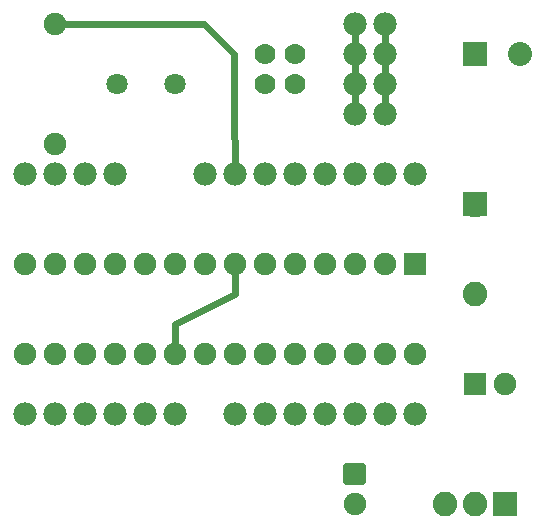
<source format=gtl>
G04 MADE WITH FRITZING*
G04 WWW.FRITZING.ORG*
G04 DOUBLE SIDED*
G04 HOLES PLATED*
G04 CONTOUR ON CENTER OF CONTOUR VECTOR*
%ASAXBY*%
%FSLAX23Y23*%
%MOIN*%
%OFA0B0*%
%SFA1.0B1.0*%
%ADD10C,0.075000*%
%ADD11C,0.070925*%
%ADD12C,0.070866*%
%ADD13C,0.070000*%
%ADD14C,0.082000*%
%ADD15C,0.080000*%
%ADD16C,0.078000*%
%ADD17R,0.075000X0.075000*%
%ADD18R,0.082000X0.082000*%
%ADD19C,0.024000*%
%ADD20C,0.020000*%
%ADD21R,0.001000X0.001000*%
%LNCOPPER1*%
G90*
G70*
G54D10*
X1431Y996D03*
X1431Y696D03*
X1331Y996D03*
X1331Y696D03*
X1231Y996D03*
X1231Y696D03*
X1131Y996D03*
X1131Y696D03*
X1031Y996D03*
X1031Y696D03*
X931Y996D03*
X931Y696D03*
X831Y996D03*
X831Y696D03*
X731Y996D03*
X731Y696D03*
X631Y996D03*
X631Y696D03*
X531Y996D03*
X531Y696D03*
X431Y996D03*
X431Y696D03*
X331Y996D03*
X331Y696D03*
X231Y996D03*
X231Y696D03*
X131Y996D03*
X131Y696D03*
G54D11*
X631Y1596D03*
G54D12*
X438Y1596D03*
G54D13*
X931Y1696D03*
X1031Y1696D03*
X931Y1596D03*
X1031Y1596D03*
G54D14*
X1731Y196D03*
X1631Y196D03*
X1531Y196D03*
G54D15*
X1631Y1696D03*
X1783Y1696D03*
X1631Y1696D03*
X1783Y1696D03*
G54D16*
X1431Y1296D03*
X1331Y1296D03*
X1231Y1296D03*
X1131Y1296D03*
X1031Y1296D03*
X931Y1296D03*
X831Y1296D03*
X731Y1296D03*
G54D10*
X231Y1396D03*
X231Y1796D03*
G54D16*
X1331Y1596D03*
X1231Y1596D03*
X1331Y1596D03*
X1231Y1596D03*
X1231Y1496D03*
X1331Y1496D03*
G54D10*
X1631Y596D03*
X1731Y596D03*
G54D14*
X1631Y1194D03*
X1631Y896D03*
G54D10*
X1231Y296D03*
X1231Y196D03*
G54D16*
X431Y1296D03*
X331Y1296D03*
X231Y1296D03*
X131Y1296D03*
X1331Y1796D03*
X1231Y1796D03*
X1331Y1796D03*
X1231Y1796D03*
X1231Y1696D03*
X1331Y1696D03*
X1431Y496D03*
X1331Y496D03*
X1231Y496D03*
X1131Y496D03*
X1031Y496D03*
X931Y496D03*
X831Y496D03*
X631Y496D03*
X531Y496D03*
X431Y496D03*
X331Y496D03*
X231Y496D03*
X131Y496D03*
G54D17*
X1431Y996D03*
G54D18*
X1731Y196D03*
G54D17*
X1631Y596D03*
G54D18*
X1631Y1195D03*
G54D19*
X831Y897D02*
X831Y968D01*
D02*
X631Y796D02*
X831Y897D01*
D02*
X631Y725D02*
X631Y796D01*
D02*
X1331Y1526D02*
X1331Y1566D01*
D02*
X1231Y1526D02*
X1231Y1566D01*
D02*
X1231Y1666D02*
X1231Y1626D01*
D02*
X1231Y1726D02*
X1231Y1766D01*
D02*
X1331Y1626D02*
X1331Y1666D01*
D02*
X1331Y1726D02*
X1331Y1766D01*
D02*
X830Y1496D02*
X831Y1326D01*
D02*
X730Y1795D02*
X830Y1696D01*
D02*
X259Y1796D02*
X730Y1795D01*
D02*
X830Y1696D02*
X830Y1496D01*
G54D20*
X1258Y269D02*
X1203Y269D01*
X1203Y324D01*
X1258Y324D01*
X1258Y269D01*
D02*
G54D21*
X1591Y1737D02*
X1670Y1737D01*
X1591Y1736D02*
X1670Y1736D01*
X1591Y1735D02*
X1670Y1735D01*
X1591Y1734D02*
X1670Y1734D01*
X1591Y1733D02*
X1670Y1733D01*
X1591Y1732D02*
X1670Y1732D01*
X1591Y1731D02*
X1670Y1731D01*
X1591Y1730D02*
X1670Y1730D01*
X1591Y1729D02*
X1670Y1729D01*
X1591Y1728D02*
X1670Y1728D01*
X1591Y1727D02*
X1670Y1727D01*
X1591Y1726D02*
X1670Y1726D01*
X1591Y1725D02*
X1670Y1725D01*
X1591Y1724D02*
X1670Y1724D01*
X1591Y1723D02*
X1670Y1723D01*
X1591Y1722D02*
X1670Y1722D01*
X1591Y1721D02*
X1670Y1721D01*
X1591Y1720D02*
X1623Y1720D01*
X1637Y1720D02*
X1670Y1720D01*
X1591Y1719D02*
X1620Y1719D01*
X1640Y1719D02*
X1670Y1719D01*
X1591Y1718D02*
X1618Y1718D01*
X1642Y1718D02*
X1670Y1718D01*
X1591Y1717D02*
X1617Y1717D01*
X1644Y1717D02*
X1670Y1717D01*
X1591Y1716D02*
X1615Y1716D01*
X1645Y1716D02*
X1670Y1716D01*
X1591Y1715D02*
X1614Y1715D01*
X1646Y1715D02*
X1670Y1715D01*
X1591Y1714D02*
X1613Y1714D01*
X1647Y1714D02*
X1670Y1714D01*
X1591Y1713D02*
X1612Y1713D01*
X1648Y1713D02*
X1670Y1713D01*
X1591Y1712D02*
X1611Y1712D01*
X1649Y1712D02*
X1670Y1712D01*
X1591Y1711D02*
X1610Y1711D01*
X1650Y1711D02*
X1670Y1711D01*
X1591Y1710D02*
X1610Y1710D01*
X1651Y1710D02*
X1670Y1710D01*
X1591Y1709D02*
X1609Y1709D01*
X1651Y1709D02*
X1670Y1709D01*
X1591Y1708D02*
X1609Y1708D01*
X1652Y1708D02*
X1670Y1708D01*
X1591Y1707D02*
X1608Y1707D01*
X1652Y1707D02*
X1670Y1707D01*
X1591Y1706D02*
X1608Y1706D01*
X1653Y1706D02*
X1670Y1706D01*
X1591Y1705D02*
X1607Y1705D01*
X1653Y1705D02*
X1670Y1705D01*
X1591Y1704D02*
X1607Y1704D01*
X1653Y1704D02*
X1670Y1704D01*
X1591Y1703D02*
X1607Y1703D01*
X1654Y1703D02*
X1670Y1703D01*
X1591Y1702D02*
X1606Y1702D01*
X1654Y1702D02*
X1670Y1702D01*
X1591Y1701D02*
X1606Y1701D01*
X1654Y1701D02*
X1670Y1701D01*
X1591Y1700D02*
X1606Y1700D01*
X1654Y1700D02*
X1670Y1700D01*
X1591Y1699D02*
X1606Y1699D01*
X1654Y1699D02*
X1670Y1699D01*
X1591Y1698D02*
X1606Y1698D01*
X1654Y1698D02*
X1670Y1698D01*
X1591Y1697D02*
X1606Y1697D01*
X1654Y1697D02*
X1670Y1697D01*
X1591Y1696D02*
X1606Y1696D01*
X1654Y1696D02*
X1670Y1696D01*
X1591Y1695D02*
X1606Y1695D01*
X1654Y1695D02*
X1670Y1695D01*
X1591Y1694D02*
X1606Y1694D01*
X1654Y1694D02*
X1670Y1694D01*
X1591Y1693D02*
X1606Y1693D01*
X1654Y1693D02*
X1670Y1693D01*
X1591Y1692D02*
X1607Y1692D01*
X1654Y1692D02*
X1670Y1692D01*
X1591Y1691D02*
X1607Y1691D01*
X1653Y1691D02*
X1670Y1691D01*
X1591Y1690D02*
X1607Y1690D01*
X1653Y1690D02*
X1670Y1690D01*
X1591Y1689D02*
X1608Y1689D01*
X1653Y1689D02*
X1670Y1689D01*
X1591Y1688D02*
X1608Y1688D01*
X1652Y1688D02*
X1670Y1688D01*
X1591Y1687D02*
X1609Y1687D01*
X1652Y1687D02*
X1670Y1687D01*
X1591Y1686D02*
X1609Y1686D01*
X1651Y1686D02*
X1670Y1686D01*
X1591Y1685D02*
X1610Y1685D01*
X1651Y1685D02*
X1670Y1685D01*
X1591Y1684D02*
X1610Y1684D01*
X1650Y1684D02*
X1670Y1684D01*
X1591Y1683D02*
X1611Y1683D01*
X1649Y1683D02*
X1670Y1683D01*
X1591Y1682D02*
X1612Y1682D01*
X1648Y1682D02*
X1670Y1682D01*
X1591Y1681D02*
X1613Y1681D01*
X1648Y1681D02*
X1670Y1681D01*
X1591Y1680D02*
X1614Y1680D01*
X1647Y1680D02*
X1670Y1680D01*
X1591Y1679D02*
X1615Y1679D01*
X1645Y1679D02*
X1670Y1679D01*
X1591Y1678D02*
X1616Y1678D01*
X1644Y1678D02*
X1670Y1678D01*
X1591Y1677D02*
X1618Y1677D01*
X1642Y1677D02*
X1670Y1677D01*
X1591Y1676D02*
X1620Y1676D01*
X1641Y1676D02*
X1670Y1676D01*
X1591Y1675D02*
X1622Y1675D01*
X1638Y1675D02*
X1670Y1675D01*
X1591Y1674D02*
X1626Y1674D01*
X1634Y1674D02*
X1670Y1674D01*
X1591Y1673D02*
X1670Y1673D01*
X1591Y1672D02*
X1670Y1672D01*
X1591Y1671D02*
X1670Y1671D01*
X1591Y1670D02*
X1670Y1670D01*
X1591Y1669D02*
X1670Y1669D01*
X1591Y1668D02*
X1670Y1668D01*
X1591Y1667D02*
X1670Y1667D01*
X1591Y1666D02*
X1670Y1666D01*
X1591Y1665D02*
X1670Y1665D01*
X1591Y1664D02*
X1670Y1664D01*
X1591Y1663D02*
X1670Y1663D01*
X1591Y1662D02*
X1670Y1662D01*
X1591Y1661D02*
X1670Y1661D01*
X1591Y1660D02*
X1670Y1660D01*
X1591Y1659D02*
X1670Y1659D01*
X1591Y1658D02*
X1670Y1658D01*
D02*
G04 End of Copper1*
M02*
</source>
